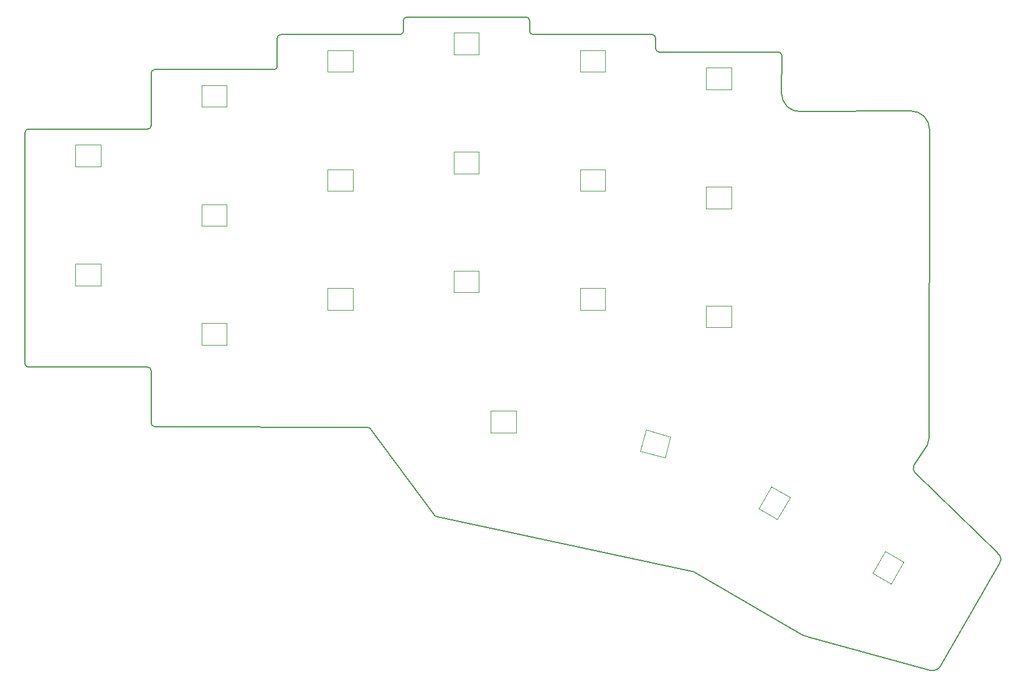
<source format=gbr>
G04 #@! TF.GenerationSoftware,KiCad,Pcbnew,7.0.8*
G04 #@! TF.CreationDate,2024-02-29T00:10:42-05:00*
G04 #@! TF.ProjectId,heawood4,68656177-6f6f-4643-942e-6b696361645f,1.0*
G04 #@! TF.SameCoordinates,Original*
G04 #@! TF.FileFunction,Profile,NP*
%FSLAX46Y46*%
G04 Gerber Fmt 4.6, Leading zero omitted, Abs format (unit mm)*
G04 Created by KiCad (PCBNEW 7.0.8) date 2024-02-29 00:10:42*
%MOMM*%
%LPD*%
G01*
G04 APERTURE LIST*
G04 #@! TA.AperFunction,Profile*
%ADD10C,0.150000*%
G04 #@! TD*
G04 #@! TA.AperFunction,Profile*
%ADD11C,0.120000*%
G04 #@! TD*
G04 APERTURE END LIST*
D10*
X195067829Y-77499999D02*
G75*
G03*
X192500001Y-74932171I-2567829J-1D01*
G01*
X194772764Y-122622696D02*
X192873109Y-125449665D01*
X192873109Y-125449665D02*
G75*
G03*
X193036818Y-126663146I975246J-486214D01*
G01*
X193036818Y-126663146D02*
X204805562Y-138098915D01*
X205064463Y-139510603D02*
G75*
G03*
X204805561Y-138098916I-814463J580213D01*
G01*
X177599407Y-149999999D02*
X195192084Y-154786747D01*
X195192084Y-154786747D02*
G75*
G03*
X196634089Y-154247995I347011J1270388D01*
G01*
X84000000Y-119500000D02*
G75*
G03*
X84500000Y-120000000I500001J1D01*
G01*
X84000021Y-111999953D02*
X84000000Y-119500000D01*
X84000021Y-111999953D02*
G75*
G03*
X83500021Y-111499953I-500003J-3D01*
G01*
X83500021Y-111499953D02*
X66488378Y-111504483D01*
X83500000Y-77500000D02*
X66499053Y-77500879D01*
X83500000Y-77500000D02*
G75*
G03*
X84000000Y-77000000I5J499995D01*
G01*
X84000000Y-69500000D02*
X84000000Y-77000000D01*
X84500000Y-69000000D02*
G75*
G03*
X84000000Y-69500000I3J-500003D01*
G01*
X114880558Y-120103119D02*
X84500000Y-120000000D01*
X195067829Y-77499999D02*
X195000000Y-121750000D01*
X156000000Y-65994664D02*
X156000000Y-64500000D01*
X65999053Y-78000879D02*
X65988378Y-111004483D01*
X194772746Y-122622686D02*
G75*
G03*
X194999999Y-121750000I-1474946J850018D01*
G01*
X138000000Y-63500000D02*
X138000000Y-62000000D01*
X119510538Y-63994664D02*
X102500000Y-64000000D01*
X102500000Y-64000000D02*
G75*
G03*
X102000000Y-64500000I0J-500000D01*
G01*
X101505943Y-69003715D02*
X84500000Y-69000000D01*
X124529641Y-132763119D02*
G75*
G03*
X124883181Y-132909579I353559J353519D01*
G01*
X173500000Y-66500000D02*
X156500000Y-66494460D01*
X161500000Y-140750000D02*
X176930426Y-149756305D01*
X101505943Y-69003743D02*
G75*
G03*
X102005943Y-68503715I-43J500043D01*
G01*
X137500000Y-61500000D02*
X120494049Y-61500857D01*
X155500000Y-64000056D02*
X138500000Y-64000000D01*
X176930427Y-149756304D02*
G75*
G03*
X177599407Y-149999998I824680J1223804D01*
G01*
X115250000Y-120250000D02*
X124529628Y-132763132D01*
X66499053Y-77500853D02*
G75*
G03*
X65999053Y-78000879I47J-500047D01*
G01*
X156000040Y-65994664D02*
G75*
G03*
X156500000Y-66494460I499760J-36D01*
G01*
X138000000Y-62000000D02*
G75*
G03*
X137500000Y-61500000I-500000J0D01*
G01*
X119994049Y-62000857D02*
X120010538Y-63494664D01*
X174000000Y-67000000D02*
G75*
G03*
X173500000Y-66500000I-500000J0D01*
G01*
X124883181Y-132909579D02*
X160815727Y-140611044D01*
X156000044Y-64500056D02*
G75*
G03*
X155500000Y-64000056I-500044J-44D01*
G01*
X102000000Y-64500000D02*
X102005943Y-68503715D01*
X196634089Y-154247995D02*
X205064464Y-139510604D01*
X119510538Y-63994738D02*
G75*
G03*
X120010538Y-63494664I-38J500038D01*
G01*
X65988378Y-111004483D02*
G75*
G03*
X66488378Y-111504483I500000J0D01*
G01*
X161500001Y-140749998D02*
G75*
G03*
X160815727Y-140611045I-1016801J-3252902D01*
G01*
X115249998Y-120250002D02*
G75*
G03*
X114880558Y-120103120I-355098J-355098D01*
G01*
X138000000Y-63500000D02*
G75*
G03*
X138500000Y-64000000I500000J0D01*
G01*
X173971392Y-72466887D02*
G75*
G03*
X176611411Y-75005161I2592991J54872D01*
G01*
X174000000Y-67000000D02*
X173971392Y-72466887D01*
X120494049Y-61500849D02*
G75*
G03*
X119994049Y-62000857I51J-500051D01*
G01*
X192500001Y-74932171D02*
X176611411Y-75005161D01*
D11*
X109200331Y-83247921D02*
X112800331Y-83247921D01*
X109200331Y-86347921D02*
X109200331Y-83247921D01*
X109200331Y-86347921D02*
X112800331Y-86347921D01*
X112800331Y-83247921D02*
X112800331Y-86347921D01*
X163200331Y-85747921D02*
X166800331Y-85747921D01*
X163200331Y-88847921D02*
X163200331Y-85747921D01*
X163200331Y-88847921D02*
X166800331Y-88847921D01*
X166800331Y-85747921D02*
X166800331Y-88847921D01*
X91200331Y-105247921D02*
X94800331Y-105247921D01*
X91200331Y-108347921D02*
X91200331Y-105247921D01*
X91200331Y-108347921D02*
X94800331Y-108347921D01*
X94800331Y-105247921D02*
X94800331Y-108347921D01*
X109200331Y-66247921D02*
X112800331Y-66247921D01*
X109200331Y-69347921D02*
X109200331Y-66247921D01*
X109200331Y-69347921D02*
X112800331Y-69347921D01*
X112800331Y-66247921D02*
X112800331Y-69347921D01*
X154629810Y-120495167D02*
X158107143Y-121426915D01*
X153827471Y-123489537D02*
X154629810Y-120495167D01*
X153827471Y-123489537D02*
X157304804Y-124421285D01*
X158107143Y-121426915D02*
X157304804Y-124421285D01*
X170685706Y-131682520D02*
X172485706Y-128564828D01*
X173370385Y-133232520D02*
X170685706Y-131682520D01*
X173370385Y-133232520D02*
X175170385Y-130114828D01*
X172485706Y-128564828D02*
X175170385Y-130114828D01*
X186935706Y-140932520D02*
X188735706Y-137814828D01*
X189620385Y-142482520D02*
X186935706Y-140932520D01*
X189620385Y-142482520D02*
X191420385Y-139364828D01*
X188735706Y-137814828D02*
X191420385Y-139364828D01*
X91200331Y-71247921D02*
X94800331Y-71247921D01*
X91200331Y-74347921D02*
X91200331Y-71247921D01*
X91200331Y-74347921D02*
X94800331Y-74347921D01*
X94800331Y-71247921D02*
X94800331Y-74347921D01*
X127200331Y-63747921D02*
X130800331Y-63747921D01*
X127200331Y-66847921D02*
X127200331Y-63747921D01*
X127200331Y-66847921D02*
X130800331Y-66847921D01*
X130800331Y-63747921D02*
X130800331Y-66847921D01*
X145200331Y-66247921D02*
X148800331Y-66247921D01*
X145200331Y-69347921D02*
X145200331Y-66247921D01*
X145200331Y-69347921D02*
X148800331Y-69347921D01*
X148800331Y-66247921D02*
X148800331Y-69347921D01*
X163200331Y-68747921D02*
X166800331Y-68747921D01*
X163200331Y-71847921D02*
X163200331Y-68747921D01*
X163200331Y-71847921D02*
X166800331Y-71847921D01*
X166800331Y-68747921D02*
X166800331Y-71847921D01*
X73200331Y-96747921D02*
X76800331Y-96747921D01*
X73200331Y-99847921D02*
X73200331Y-96747921D01*
X73200331Y-99847921D02*
X76800331Y-99847921D01*
X76800331Y-96747921D02*
X76800331Y-99847921D01*
X91200331Y-88247921D02*
X94800331Y-88247921D01*
X91200331Y-91347921D02*
X91200331Y-88247921D01*
X91200331Y-91347921D02*
X94800331Y-91347921D01*
X94800331Y-88247921D02*
X94800331Y-91347921D01*
X127200331Y-80747921D02*
X130800331Y-80747921D01*
X127200331Y-83847921D02*
X127200331Y-80747921D01*
X127200331Y-83847921D02*
X130800331Y-83847921D01*
X130800331Y-80747921D02*
X130800331Y-83847921D01*
X145200331Y-83247921D02*
X148800331Y-83247921D01*
X145200331Y-86347921D02*
X145200331Y-83247921D01*
X145200331Y-86347921D02*
X148800331Y-86347921D01*
X148800331Y-83247921D02*
X148800331Y-86347921D01*
X132450331Y-117747921D02*
X136050331Y-117747921D01*
X132450331Y-120847921D02*
X132450331Y-117747921D01*
X132450331Y-120847921D02*
X136050331Y-120847921D01*
X136050331Y-117747921D02*
X136050331Y-120847921D01*
X109200331Y-100247921D02*
X112800331Y-100247921D01*
X109200331Y-103347921D02*
X109200331Y-100247921D01*
X109200331Y-103347921D02*
X112800331Y-103347921D01*
X112800331Y-100247921D02*
X112800331Y-103347921D01*
X127200331Y-97747921D02*
X130800331Y-97747921D01*
X127200331Y-100847921D02*
X127200331Y-97747921D01*
X127200331Y-100847921D02*
X130800331Y-100847921D01*
X130800331Y-97747921D02*
X130800331Y-100847921D01*
X145200331Y-100247921D02*
X148800331Y-100247921D01*
X145200331Y-103347921D02*
X145200331Y-100247921D01*
X145200331Y-103347921D02*
X148800331Y-103347921D01*
X148800331Y-100247921D02*
X148800331Y-103347921D01*
X163200331Y-102747921D02*
X166800331Y-102747921D01*
X163200331Y-105847921D02*
X163200331Y-102747921D01*
X163200331Y-105847921D02*
X166800331Y-105847921D01*
X166800331Y-102747921D02*
X166800331Y-105847921D01*
X73200331Y-79747921D02*
X76800331Y-79747921D01*
X73200331Y-82847921D02*
X73200331Y-79747921D01*
X73200331Y-82847921D02*
X76800331Y-82847921D01*
X76800331Y-79747921D02*
X76800331Y-82847921D01*
M02*

</source>
